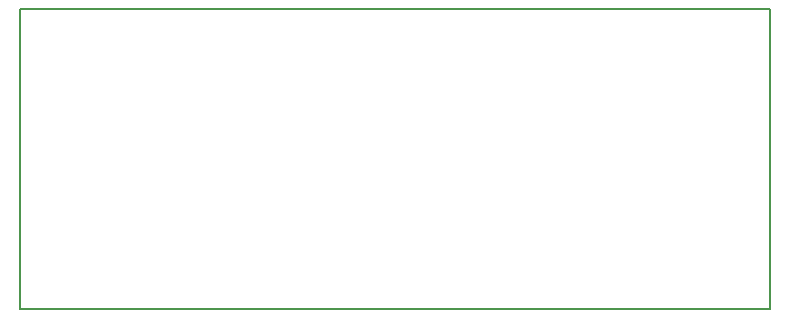
<source format=gm1>
G04 #@! TF.FileFunction,Profile,NP*
%FSLAX46Y46*%
G04 Gerber Fmt 4.6, Leading zero omitted, Abs format (unit mm)*
G04 Created by KiCad (PCBNEW 4.0.1-stable) date 11/19/2016 2:54:23 PM*
%MOMM*%
G01*
G04 APERTURE LIST*
%ADD10C,0.100000*%
%ADD11C,0.150000*%
G04 APERTURE END LIST*
D10*
D11*
X189865000Y-63500000D02*
X126365000Y-63500000D01*
X189865000Y-88900000D02*
X189865000Y-63500000D01*
X126365000Y-88900000D02*
X189865000Y-88900000D01*
X126365000Y-63500000D02*
X126365000Y-88900000D01*
M02*

</source>
